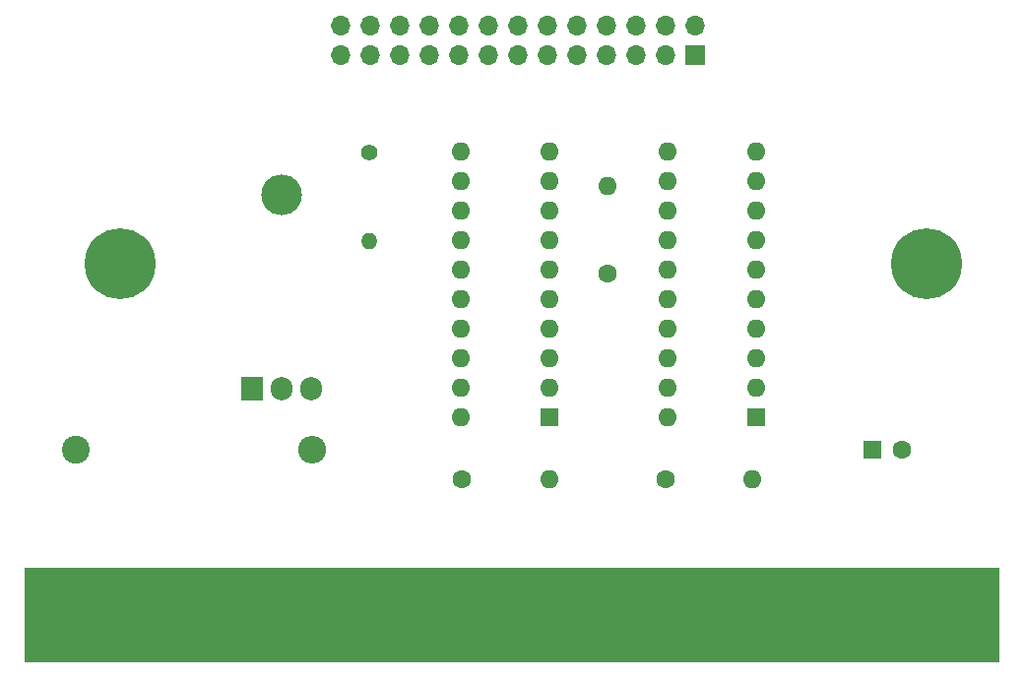
<source format=gbr>
%TF.GenerationSoftware,KiCad,Pcbnew,7.0.5*%
%TF.CreationDate,2023-10-29T18:10:31+11:00*%
%TF.ProjectId,Sega DS-16,53656761-2044-4532-9d31-362e6b696361,rev?*%
%TF.SameCoordinates,Original*%
%TF.FileFunction,Soldermask,Bot*%
%TF.FilePolarity,Negative*%
%FSLAX46Y46*%
G04 Gerber Fmt 4.6, Leading zero omitted, Abs format (unit mm)*
G04 Created by KiCad (PCBNEW 7.0.5) date 2023-10-29 18:10:31*
%MOMM*%
%LPD*%
G01*
G04 APERTURE LIST*
%ADD10C,1.600000*%
%ADD11O,1.600000X1.600000*%
%ADD12R,1.600000X1.600000*%
%ADD13C,2.400000*%
%ADD14O,2.400000X2.400000*%
%ADD15C,6.096000*%
%ADD16R,83.852500X8.100000*%
%ADD17R,1.905000X6.858000*%
%ADD18C,1.400000*%
%ADD19O,1.400000X1.400000*%
%ADD20O,3.500000X3.500000*%
%ADD21R,1.905000X2.000000*%
%ADD22O,1.905000X2.000000*%
%ADD23R,1.700000X1.700000*%
%ADD24O,1.700000X1.700000*%
G04 APERTURE END LIST*
D10*
%TO.C,C4*%
X141200000Y-119195000D03*
D11*
X148700000Y-119195000D03*
%TD*%
D12*
%TO.C,IC1*%
X166500000Y-113895000D03*
D11*
X166500000Y-111355000D03*
X166500000Y-108815000D03*
X166500000Y-106275000D03*
X166500000Y-103735000D03*
X166500000Y-101195000D03*
X166500000Y-98655000D03*
X166500000Y-96115000D03*
X166500000Y-93575000D03*
X166500000Y-91035000D03*
X158880000Y-91035000D03*
X158880000Y-93575000D03*
X158880000Y-96115000D03*
X158880000Y-98655000D03*
X158880000Y-101195000D03*
X158880000Y-103735000D03*
X158880000Y-106275000D03*
X158880000Y-108815000D03*
X158880000Y-111355000D03*
X158880000Y-113895000D03*
%TD*%
D13*
%TO.C,R2*%
X108000000Y-116695000D03*
D14*
X128320000Y-116695000D03*
%TD*%
D15*
%TO.C,J1*%
X111858000Y-100695000D03*
D16*
X145516750Y-130863000D03*
D15*
X181200000Y-100695000D03*
D17*
X106143000Y-130413000D03*
X108683000Y-130413000D03*
X111223000Y-130413000D03*
X113763000Y-130413000D03*
X116303000Y-130413000D03*
X118843000Y-130413000D03*
X121383000Y-130413000D03*
X123923000Y-130413000D03*
X126463000Y-130413000D03*
X129003000Y-130413000D03*
X131543000Y-130413000D03*
X134083000Y-130413000D03*
X136623000Y-130413000D03*
X139163000Y-130413000D03*
X141703000Y-130413000D03*
X144243000Y-130413000D03*
X146783000Y-130413000D03*
X149323000Y-130413000D03*
X151863000Y-130413000D03*
X154403000Y-130413000D03*
X156943000Y-130413000D03*
X159483000Y-130413000D03*
X162023000Y-130413000D03*
X164563000Y-130413000D03*
X167103000Y-130413000D03*
X169643000Y-130413000D03*
X172183000Y-130413000D03*
X174723000Y-130413000D03*
X177263000Y-130413000D03*
X179803000Y-130413000D03*
X182343000Y-130413000D03*
X184883000Y-130413000D03*
%TD*%
D18*
%TO.C,R1*%
X133250000Y-91075000D03*
D19*
X133250000Y-98695000D03*
%TD*%
D12*
%TO.C,IC2*%
X148700000Y-113895000D03*
D11*
X148700000Y-111355000D03*
X148700000Y-108815000D03*
X148700000Y-106275000D03*
X148700000Y-103735000D03*
X148700000Y-101195000D03*
X148700000Y-98655000D03*
X148700000Y-96115000D03*
X148700000Y-93575000D03*
X148700000Y-91035000D03*
X141080000Y-91035000D03*
X141080000Y-93575000D03*
X141080000Y-96115000D03*
X141080000Y-98655000D03*
X141080000Y-101195000D03*
X141080000Y-103735000D03*
X141080000Y-106275000D03*
X141080000Y-108815000D03*
X141080000Y-111355000D03*
X141080000Y-113895000D03*
%TD*%
D10*
%TO.C,C2*%
X153700000Y-101500000D03*
D11*
X153700000Y-94000000D03*
%TD*%
D12*
%TO.C,C1*%
X176517621Y-116695000D03*
D10*
X179017621Y-116695000D03*
%TD*%
D20*
%TO.C,TR1*%
X125700000Y-94765000D03*
D21*
X123160000Y-111425000D03*
D22*
X125700000Y-111425000D03*
X128240000Y-111425000D03*
%TD*%
D10*
%TO.C,C3*%
X158700000Y-119195000D03*
D11*
X166200000Y-119195000D03*
%TD*%
D23*
%TO.C,J2*%
X161230000Y-82735000D03*
D24*
X161230000Y-80195000D03*
X158690000Y-82735000D03*
X158690000Y-80195000D03*
X156150000Y-82735000D03*
X156150000Y-80195000D03*
X153610000Y-82735000D03*
X153610000Y-80195000D03*
X151070000Y-82735000D03*
X151070000Y-80195000D03*
X148530000Y-82735000D03*
X148530000Y-80195000D03*
X145990000Y-82735000D03*
X145990000Y-80195000D03*
X143450000Y-82735000D03*
X143450000Y-80195000D03*
X140910000Y-82735000D03*
X140910000Y-80195000D03*
X138370000Y-82735000D03*
X138370000Y-80195000D03*
X135830000Y-82735000D03*
X135830000Y-80195000D03*
X133290000Y-82735000D03*
X133290000Y-80195000D03*
X130750000Y-82735000D03*
X130750000Y-80195000D03*
%TD*%
M02*

</source>
